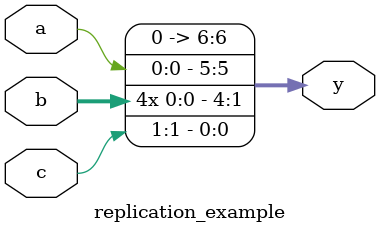
<source format=v>
module replication_example (
    input  wire a,
    input  wire [3:0] b,
    input  wire [1:0] c,
    output wire [6:0] y
);
    assign y = {a, {4{b[0]}}, c[1]};
endmodule
/*Use of this Code / Concept in Verilog
Bit Replication is commonly used in hardware design for:

Signal expansion: Expanding a single bit to multiple bits for driving buses or registers.
Pattern generation: Creating repeated bit patterns for masks, control signals, or initialization.
Simplifying code: Instead of manually writing repeated bits, replication operator makes code concise and readable.
Concatenation combined with replication allows flexible construction of complex signals from smaller parts.

Example use cases:

Creating a mask where a bit controls multiple lines.
Generating a bus where all bits are set to the same value.
Constructing control signals that depend on a single bit replicated multiple times.*/

</source>
